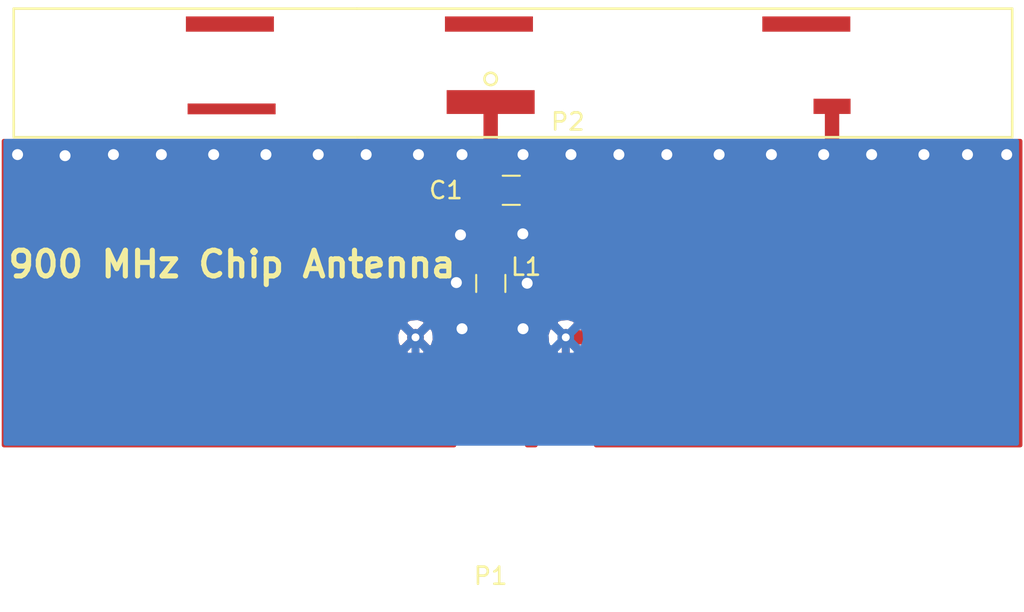
<source format=kicad_pcb>
(kicad_pcb (version 4) (host pcbnew 4.0.5)

  (general
    (links 41)
    (no_connects 1)
    (area 77.287524 96.899999 161.726476 132.815001)
    (thickness 1.6)
    (drawings 9)
    (tracks 10)
    (zones 0)
    (modules 31)
    (nets 4)
  )

  (page A4)
  (layers
    (0 F.Cu signal)
    (31 B.Cu signal)
    (32 B.Adhes user)
    (33 F.Adhes user)
    (34 B.Paste user)
    (35 F.Paste user)
    (36 B.SilkS user)
    (37 F.SilkS user)
    (38 B.Mask user)
    (39 F.Mask user)
    (40 Dwgs.User user)
    (41 Cmts.User user)
    (42 Eco1.User user)
    (43 Eco2.User user)
    (44 Edge.Cuts user)
    (45 Margin user)
    (46 B.CrtYd user)
    (47 F.CrtYd user)
    (48 B.Fab user)
    (49 F.Fab user)
  )

  (setup
    (last_trace_width 0.838)
    (trace_clearance 0.2)
    (zone_clearance 0.508)
    (zone_45_only no)
    (trace_min 0.2)
    (segment_width 0.2)
    (edge_width 0.15)
    (via_size 0.6)
    (via_drill 0.4)
    (via_min_size 0.4)
    (via_min_drill 0.3)
    (uvia_size 0.3)
    (uvia_drill 0.1)
    (uvias_allowed no)
    (uvia_min_size 0.2)
    (uvia_min_drill 0.1)
    (pcb_text_width 0.3)
    (pcb_text_size 1.5 1.5)
    (mod_edge_width 0.15)
    (mod_text_size 1 1)
    (mod_text_width 0.15)
    (pad_size 1 1)
    (pad_drill 0.64)
    (pad_to_mask_clearance 0.2)
    (aux_axis_origin 89.5 123)
    (visible_elements 7FFFFF7F)
    (pcbplotparams
      (layerselection 0x020f0_80000001)
      (usegerberextensions false)
      (excludeedgelayer true)
      (linewidth 0.100000)
      (plotframeref false)
      (viasonmask false)
      (mode 1)
      (useauxorigin true)
      (hpglpennumber 1)
      (hpglpenspeed 20)
      (hpglpendiameter 15)
      (hpglpenoverlay 2)
      (psnegative false)
      (psa4output false)
      (plotreference true)
      (plotvalue true)
      (plotinvisibletext false)
      (padsonsilk false)
      (subtractmaskfromsilk false)
      (outputformat 1)
      (mirror false)
      (drillshape 0)
      (scaleselection 1)
      (outputdirectory "C:/Users/clchrist/Documents/915 PCB Antenna/915 PCB Antenna 01/Gerber/"))
  )

  (net 0 "")
  (net 1 GND)
  (net 2 "Net-(C1-Pad1)")
  (net 3 "Net-(L1-Pad2)")

  (net_class Default "This is the default net class."
    (clearance 0.2)
    (trace_width 0.838)
    (via_dia 0.6)
    (via_drill 0.4)
    (uvia_dia 0.3)
    (uvia_drill 0.1)
    (add_net GND)
    (add_net "Net-(C1-Pad1)")
    (add_net "Net-(L1-Pad2)")
  )

  (module Misc:Via_Stitch_Dia1.00mm_Drill0.64mm (layer F.Cu) (tedit 590F9EEF) (tstamp 590FA070)
    (at 93.4466 105.9815)
    (fp_text reference REF** (at 0 0.889) (layer F.SilkS) hide
      (effects (font (size 1 1) (thickness 0.15)))
    )
    (fp_text value Via_Stitch_Dia1.00mm_Drill0.64mm (at 0 -0.889) (layer F.Fab) hide
      (effects (font (size 1 1) (thickness 0.15)))
    )
    (pad 1 thru_hole circle (at -0.254 0) (size 1 1) (drill 0.64) (layers *.Cu)
      (net 1 GND) (zone_connect 2))
  )

  (module Misc:Via_Stitch_Dia1.00mm_Drill0.64mm (layer F.Cu) (tedit 590FA0A8) (tstamp 590F982F)
    (at 120.1547 110.0074)
    (fp_text reference REF** (at 0 0.889) (layer F.SilkS) hide
      (effects (font (size 1 1) (thickness 0.15)))
    )
    (fp_text value Via_Stitch_Dia1.00mm_Drill0.64mm (at 0 -0.889) (layer F.Fab) hide
      (effects (font (size 1 1) (thickness 0.15)))
    )
    (pad 1 thru_hole circle (at -0.2794 0.5334) (size 1 1) (drill 0.64) (layers *.Cu)
      (net 1 GND) (zone_connect 2))
  )

  (module Misc:Via_Stitch_Dia1.00mm_Drill0.64mm (layer F.Cu) (tedit 590FA10F) (tstamp 590F982B)
    (at 120.1928 113.3475)
    (fp_text reference REF** (at 0 0.889) (layer F.SilkS) hide
      (effects (font (size 1 1) (thickness 0.15)))
    )
    (fp_text value Via_Stitch_Dia1.00mm_Drill0.64mm (at 0 -0.889) (layer F.Fab) hide
      (effects (font (size 1 1) (thickness 0.15)))
    )
    (pad 1 thru_hole circle (at -0.0635 0.0762) (size 1 1) (drill 0.64) (layers *.Cu)
      (net 1 GND) (zone_connect 2))
  )

  (module Misc:Via_Stitch_Dia1.00mm_Drill0.64mm (layer F.Cu) (tedit 590F9F96) (tstamp 590F9827)
    (at 120.142 116.078)
    (fp_text reference REF** (at 0 0.889) (layer F.SilkS) hide
      (effects (font (size 1 1) (thickness 0.15)))
    )
    (fp_text value Via_Stitch_Dia1.00mm_Drill0.64mm (at 0 -0.889) (layer F.Fab) hide
      (effects (font (size 1 1) (thickness 0.15)))
    )
    (pad 1 thru_hole circle (at -0.254 0) (size 1 1) (drill 0.64) (layers *.Cu)
      (net 1 GND) (zone_connect 2))
  )

  (module Misc:Via_Stitch_Dia1.00mm_Drill0.64mm (layer F.Cu) (tedit 590F9FD7) (tstamp 590F9746)
    (at 148.336 105.918)
    (fp_text reference REF** (at 0 0.889) (layer F.SilkS) hide
      (effects (font (size 1 1) (thickness 0.15)))
    )
    (fp_text value Via_Stitch_Dia1.00mm_Drill0.64mm (at 0 -0.889) (layer F.Fab) hide
      (effects (font (size 1 1) (thickness 0.15)))
    )
    (pad 1 thru_hole circle (at -0.254 0) (size 1 1) (drill 0.64) (layers *.Cu)
      (net 1 GND) (zone_connect 2))
  )

  (module Misc:Via_Stitch_Dia1.00mm_Drill0.64mm (layer F.Cu) (tedit 590F9FA8) (tstamp 590F9741)
    (at 120.142 105.918)
    (fp_text reference REF** (at 0 0.889) (layer F.SilkS) hide
      (effects (font (size 1 1) (thickness 0.15)))
    )
    (fp_text value Via_Stitch_Dia1.00mm_Drill0.64mm (at 0 -0.889) (layer F.Fab) hide
      (effects (font (size 1 1) (thickness 0.15)))
    )
    (pad 1 thru_hole circle (at -0.254 0) (size 1 1) (drill 0.64) (layers *.Cu)
      (net 1 GND) (zone_connect 2))
  )

  (module Misc:Via_Stitch_Dia1.00mm_Drill0.64mm (layer F.Cu) (tedit 590F9FAD) (tstamp 590F973D)
    (at 122.936 105.918)
    (fp_text reference REF** (at 0 0.889) (layer F.SilkS) hide
      (effects (font (size 1 1) (thickness 0.15)))
    )
    (fp_text value Via_Stitch_Dia1.00mm_Drill0.64mm (at 0 -0.889) (layer F.Fab) hide
      (effects (font (size 1 1) (thickness 0.15)))
    )
    (pad 1 thru_hole circle (at -0.254 0) (size 1 1) (drill 0.64) (layers *.Cu)
      (net 1 GND) (zone_connect 2))
  )

  (module Misc:Via_Stitch_Dia1.00mm_Drill0.64mm (layer F.Cu) (tedit 590F9FB8) (tstamp 590F9739)
    (at 128.524 105.918)
    (fp_text reference REF** (at 0 0.889) (layer F.SilkS) hide
      (effects (font (size 1 1) (thickness 0.15)))
    )
    (fp_text value Via_Stitch_Dia1.00mm_Drill0.64mm (at 0 -0.889) (layer F.Fab) hide
      (effects (font (size 1 1) (thickness 0.15)))
    )
    (pad 1 thru_hole circle (at -0.254 0) (size 1 1) (drill 0.64) (layers *.Cu)
      (net 1 GND) (zone_connect 2))
  )

  (module Misc:Via_Stitch_Dia1.00mm_Drill0.64mm (layer F.Cu) (tedit 590F9FB1) (tstamp 590F9735)
    (at 125.73 105.918)
    (fp_text reference REF** (at 0 0.889) (layer F.SilkS) hide
      (effects (font (size 1 1) (thickness 0.15)))
    )
    (fp_text value Via_Stitch_Dia1.00mm_Drill0.64mm (at 0 -0.889) (layer F.Fab) hide
      (effects (font (size 1 1) (thickness 0.15)))
    )
    (pad 1 thru_hole circle (at -0.254 0) (size 1 1) (drill 0.64) (layers *.Cu)
      (net 1 GND) (zone_connect 2))
  )

  (module Misc:Via_Stitch_Dia1.00mm_Drill0.64mm (layer F.Cu) (tedit 590F9FC5) (tstamp 590F9731)
    (at 137.668 105.918)
    (fp_text reference REF** (at 0 0.889) (layer F.SilkS) hide
      (effects (font (size 1 1) (thickness 0.15)))
    )
    (fp_text value Via_Stitch_Dia1.00mm_Drill0.64mm (at 0 -0.889) (layer F.Fab) hide
      (effects (font (size 1 1) (thickness 0.15)))
    )
    (pad 1 thru_hole circle (at -0.254 0) (size 1 1) (drill 0.64) (layers *.Cu)
      (net 1 GND) (zone_connect 2))
  )

  (module Misc:Via_Stitch_Dia1.00mm_Drill0.64mm (layer F.Cu) (tedit 590F9FC0) (tstamp 590F972D)
    (at 134.62 105.918)
    (fp_text reference REF** (at 0 0.889) (layer F.SilkS) hide
      (effects (font (size 1 1) (thickness 0.15)))
    )
    (fp_text value Via_Stitch_Dia1.00mm_Drill0.64mm (at 0 -0.889) (layer F.Fab) hide
      (effects (font (size 1 1) (thickness 0.15)))
    )
    (pad 1 thru_hole circle (at -0.254 0) (size 1 1) (drill 0.64) (layers *.Cu)
      (net 1 GND) (zone_connect 2))
  )

  (module Misc:Via_Stitch_Dia1.00mm_Drill0.64mm (layer F.Cu) (tedit 590F9FBC) (tstamp 590F9729)
    (at 131.572 105.918)
    (fp_text reference REF** (at 0 0.889) (layer F.SilkS) hide
      (effects (font (size 1 1) (thickness 0.15)))
    )
    (fp_text value Via_Stitch_Dia1.00mm_Drill0.64mm (at 0 -0.889) (layer F.Fab) hide
      (effects (font (size 1 1) (thickness 0.15)))
    )
    (pad 1 thru_hole circle (at -0.254 0) (size 1 1) (drill 0.64) (layers *.Cu)
      (net 1 GND) (zone_connect 2))
  )

  (module Misc:Via_Stitch_Dia1.00mm_Drill0.64mm (layer F.Cu) (tedit 590F9FC9) (tstamp 590F9725)
    (at 140.462 105.918)
    (fp_text reference REF** (at 0 0.889) (layer F.SilkS) hide
      (effects (font (size 1 1) (thickness 0.15)))
    )
    (fp_text value Via_Stitch_Dia1.00mm_Drill0.64mm (at 0 -0.889) (layer F.Fab) hide
      (effects (font (size 1 1) (thickness 0.15)))
    )
    (pad 1 thru_hole circle (at -0.254 0) (size 1 1) (drill 0.64) (layers *.Cu)
      (net 1 GND) (zone_connect 2))
  )

  (module Misc:Via_Stitch_Dia1.00mm_Drill0.64mm (layer F.Cu) (tedit 590F9FD0) (tstamp 590F9721)
    (at 146.05 105.918)
    (fp_text reference REF** (at 0 0.889) (layer F.SilkS) hide
      (effects (font (size 1 1) (thickness 0.15)))
    )
    (fp_text value Via_Stitch_Dia1.00mm_Drill0.64mm (at 0 -0.889) (layer F.Fab) hide
      (effects (font (size 1 1) (thickness 0.15)))
    )
    (pad 1 thru_hole circle (at -0.254 0) (size 1 1) (drill 0.64) (layers *.Cu)
      (net 1 GND) (zone_connect 2))
  )

  (module Misc:Via_Stitch_Dia1.00mm_Drill0.64mm (layer F.Cu) (tedit 590F9FCC) (tstamp 590F971D)
    (at 143.51 105.918)
    (fp_text reference REF** (at 0 0.889) (layer F.SilkS) hide
      (effects (font (size 1 1) (thickness 0.15)))
    )
    (fp_text value Via_Stitch_Dia1.00mm_Drill0.64mm (at 0 -0.889) (layer F.Fab) hide
      (effects (font (size 1 1) (thickness 0.15)))
    )
    (pad 1 thru_hole circle (at -0.254 0) (size 1 1) (drill 0.64) (layers *.Cu)
      (net 1 GND) (zone_connect 2))
  )

  (module Misc:Via_Stitch_Dia1.00mm_Drill0.64mm (layer F.Cu) (tedit 590F9F66) (tstamp 590F9640)
    (at 114.046 105.918)
    (fp_text reference REF** (at 0 0.889) (layer F.SilkS) hide
      (effects (font (size 1 1) (thickness 0.15)))
    )
    (fp_text value Via_Stitch_Dia1.00mm_Drill0.64mm (at 0 -0.889) (layer F.Fab) hide
      (effects (font (size 1 1) (thickness 0.15)))
    )
    (pad 1 thru_hole circle (at -0.254 0) (size 1 1) (drill 0.64) (layers *.Cu)
      (net 1 GND) (zone_connect 2))
  )

  (module Misc:Via_Stitch_Dia1.00mm_Drill0.64mm (layer F.Cu) (tedit 590F9F8D) (tstamp 590F940C)
    (at 116.586 116.078)
    (fp_text reference REF** (at 0 0.889) (layer F.SilkS) hide
      (effects (font (size 1 1) (thickness 0.15)))
    )
    (fp_text value Via_Stitch_Dia1.00mm_Drill0.64mm (at 0 -0.889) (layer F.Fab) hide
      (effects (font (size 1 1) (thickness 0.15)))
    )
    (pad 1 thru_hole circle (at -0.254 0) (size 1 1) (drill 0.64) (layers *.Cu)
      (net 1 GND) (zone_connect 2))
  )

  (module Misc:Via_Stitch_Dia1.00mm_Drill0.64mm (layer F.Cu) (tedit 590F9F80) (tstamp 590F93FF)
    (at 116.2558 113.3856)
    (fp_text reference REF** (at 0 0.889) (layer F.SilkS) hide
      (effects (font (size 1 1) (thickness 0.15)))
    )
    (fp_text value Via_Stitch_Dia1.00mm_Drill0.64mm (at 0 -0.889) (layer F.Fab) hide
      (effects (font (size 1 1) (thickness 0.15)))
    )
    (pad 1 thru_hole circle (at -0.254 0) (size 1 1) (drill 0.64) (layers *.Cu)
      (net 1 GND) (zone_connect 2))
  )

  (module Misc:Via_Stitch_Dia1.00mm_Drill0.64mm (layer F.Cu) (tedit 590F9F79) (tstamp 590F93F5)
    (at 116.4971 110.6043)
    (fp_text reference REF** (at 0 0.889) (layer F.SilkS) hide
      (effects (font (size 1 1) (thickness 0.15)))
    )
    (fp_text value Via_Stitch_Dia1.00mm_Drill0.64mm (at 0 -0.889) (layer F.Fab) hide
      (effects (font (size 1 1) (thickness 0.15)))
    )
    (pad 1 thru_hole circle (at -0.254 0) (size 1 1) (drill 0.64) (layers *.Cu)
      (net 1 GND) (zone_connect 2))
  )

  (module Misc:Via_Stitch_Dia1.00mm_Drill0.64mm (layer F.Cu) (tedit 590F9F6D) (tstamp 590F93E4)
    (at 116.586 105.918)
    (fp_text reference REF** (at 0 0.889) (layer F.SilkS) hide
      (effects (font (size 1 1) (thickness 0.15)))
    )
    (fp_text value Via_Stitch_Dia1.00mm_Drill0.64mm (at 0 -0.889) (layer F.Fab) hide
      (effects (font (size 1 1) (thickness 0.15)))
    )
    (pad 1 thru_hole circle (at -0.254 0) (size 1 1) (drill 0.64) (layers *.Cu)
      (net 1 GND) (zone_connect 2))
  )

  (module Misc:Via_Stitch_Dia1.00mm_Drill0.64mm (layer F.Cu) (tedit 590F9F60) (tstamp 590F93E0)
    (at 110.998 105.918)
    (fp_text reference REF** (at 0 0.889) (layer F.SilkS) hide
      (effects (font (size 1 1) (thickness 0.15)))
    )
    (fp_text value Via_Stitch_Dia1.00mm_Drill0.64mm (at 0 -0.889) (layer F.Fab) hide
      (effects (font (size 1 1) (thickness 0.15)))
    )
    (pad 1 thru_hole circle (at -0.254 0) (size 1 1) (drill 0.64) (layers *.Cu)
      (net 1 GND) (zone_connect 2))
  )

  (module Misc:Via_Stitch_Dia1.00mm_Drill0.64mm (layer F.Cu) (tedit 590F9F4A) (tstamp 590F93D8)
    (at 102.108 105.918)
    (fp_text reference REF** (at 0 0.889) (layer F.SilkS) hide
      (effects (font (size 1 1) (thickness 0.15)))
    )
    (fp_text value Via_Stitch_Dia1.00mm_Drill0.64mm (at 0 -0.889) (layer F.Fab) hide
      (effects (font (size 1 1) (thickness 0.15)))
    )
    (pad 1 thru_hole circle (at -0.254 0) (size 1 1) (drill 0.64) (layers *.Cu)
      (net 1 GND) (zone_connect 2))
  )

  (module Misc:Via_Stitch_Dia1.00mm_Drill0.64mm (layer F.Cu) (tedit 590F9F52) (tstamp 590F93D4)
    (at 105.156 105.918)
    (fp_text reference REF** (at 0 0.889) (layer F.SilkS) hide
      (effects (font (size 1 1) (thickness 0.15)))
    )
    (fp_text value Via_Stitch_Dia1.00mm_Drill0.64mm (at 0 -0.889) (layer F.Fab) hide
      (effects (font (size 1 1) (thickness 0.15)))
    )
    (pad 1 thru_hole circle (at -0.254 0) (size 1 1) (drill 0.64) (layers *.Cu)
      (net 1 GND) (zone_connect 2))
  )

  (module Misc:Via_Stitch_Dia1.00mm_Drill0.64mm (layer F.Cu) (tedit 590F9F59) (tstamp 590F93CC)
    (at 108.204 105.918)
    (fp_text reference REF** (at 0 0.889) (layer F.SilkS) hide
      (effects (font (size 1 1) (thickness 0.15)))
    )
    (fp_text value Via_Stitch_Dia1.00mm_Drill0.64mm (at 0 -0.889) (layer F.Fab) hide
      (effects (font (size 1 1) (thickness 0.15)))
    )
    (pad 1 thru_hole circle (at -0.254 0) (size 1 1) (drill 0.64) (layers *.Cu)
      (net 1 GND) (zone_connect 2))
  )

  (module Misc:Via_Stitch_Dia1.00mm_Drill0.64mm (layer F.Cu) (tedit 590F9F3E) (tstamp 590F93C0)
    (at 96.266 105.918)
    (fp_text reference REF** (at 0 0.889) (layer F.SilkS) hide
      (effects (font (size 1 1) (thickness 0.15)))
    )
    (fp_text value Via_Stitch_Dia1.00mm_Drill0.64mm (at 0 -0.889) (layer F.Fab) hide
      (effects (font (size 1 1) (thickness 0.15)))
    )
    (pad 1 thru_hole circle (at -0.254 0) (size 1 1) (drill 0.64) (layers *.Cu)
      (net 1 GND) (zone_connect 2))
  )

  (module Misc:Via_Stitch_Dia1.00mm_Drill0.64mm (layer F.Cu) (tedit 590F9F44) (tstamp 590F93BC)
    (at 99.06 105.918)
    (fp_text reference REF** (at 0 0.889) (layer F.SilkS) hide
      (effects (font (size 1 1) (thickness 0.15)))
    )
    (fp_text value Via_Stitch_Dia1.00mm_Drill0.64mm (at 0 -0.889) (layer F.Fab) hide
      (effects (font (size 1 1) (thickness 0.15)))
    )
    (pad 1 thru_hole circle (at -0.254 0) (size 1 1) (drill 0.64) (layers *.Cu)
      (net 1 GND) (zone_connect 2))
  )

  (module Connectors_Molex:Molex_SMA_Jack_Edge_Mount (layer F.Cu) (tedit 590F9E32) (tstamp 58C1AD9D)
    (at 118 118.3 90)
    (descr "Molex SMA Jack, Edge Mount, http://www.molex.com/pdm_docs/sd/732511150_sd.pdf")
    (tags "sma edge")
    (path /58C174BE)
    (attr smd)
    (fp_text reference P1 (at -12.2 0 180) (layer F.SilkS)
      (effects (font (size 1 1) (thickness 0.15)))
    )
    (fp_text value CONN_01X02 (at -9.7 0 180) (layer F.Fab) hide
      (effects (font (size 1 1) (thickness 0.15)))
    )
    (fp_line (start -4.76 -0.38) (end 0.49 -0.38) (layer F.Fab) (width 0.1))
    (fp_line (start -4.76 0.38) (end 0.49 0.38) (layer F.Fab) (width 0.1))
    (fp_line (start 0.49 -0.38) (end 0.49 0.38) (layer F.Fab) (width 0.1))
    (fp_line (start 0.49 3.75) (end 0.49 4.76) (layer F.Fab) (width 0.1))
    (fp_line (start 0.49 -4.76) (end 0.49 -3.75) (layer F.Fab) (width 0.1))
    (fp_line (start -14.29 -6.09) (end -14.29 6.09) (layer F.CrtYd) (width 0.05))
    (fp_line (start -14.29 6.09) (end 2.71 6.09) (layer F.CrtYd) (width 0.05))
    (fp_line (start 2.71 -6.09) (end 2.71 6.09) (layer B.CrtYd) (width 0.05))
    (fp_line (start -14.29 -6.09) (end 2.71 -6.09) (layer B.CrtYd) (width 0.05))
    (fp_line (start -14.29 -6.09) (end -14.29 6.09) (layer B.CrtYd) (width 0.05))
    (fp_line (start -14.29 6.09) (end 2.71 6.09) (layer B.CrtYd) (width 0.05))
    (fp_line (start 2.71 -6.09) (end 2.71 6.09) (layer F.CrtYd) (width 0.05))
    (fp_line (start 2.71 -6.09) (end -14.29 -6.09) (layer F.CrtYd) (width 0.05))
    (fp_line (start -4.76 -3.75) (end 0.49 -3.75) (layer F.Fab) (width 0.1))
    (fp_line (start -4.76 3.75) (end 0.49 3.75) (layer F.Fab) (width 0.1))
    (fp_line (start -13.79 -2.65) (end -5.91 -2.65) (layer F.Fab) (width 0.1))
    (fp_line (start -13.79 -2.65) (end -13.79 2.65) (layer F.Fab) (width 0.1))
    (fp_line (start -13.79 2.65) (end -5.91 2.65) (layer F.Fab) (width 0.1))
    (fp_line (start -4.76 -3.75) (end -4.76 3.75) (layer F.Fab) (width 0.1))
    (fp_line (start 0.49 -4.76) (end -5.91 -4.76) (layer F.Fab) (width 0.1))
    (fp_line (start -5.91 -4.76) (end -5.91 4.76) (layer F.Fab) (width 0.1))
    (fp_line (start -5.91 4.76) (end 0.49 4.76) (layer F.Fab) (width 0.1))
    (pad 1 smd rect (at -1.72 0 90) (size 5.08 2.29) (layers F.Cu F.Paste F.Mask)
      (net 3 "Net-(L1-Pad2)"))
    (pad 2 smd rect (at -1.72 -4.38 90) (size 5.08 2.42) (layers F.Cu F.Paste F.Mask)
      (net 1 GND))
    (pad 2 smd rect (at -1.72 4.38 90) (size 5.08 2.42) (layers F.Cu F.Paste F.Mask)
      (net 1 GND))
    (pad 2 smd rect (at -1.72 -4.38 90) (size 5.08 2.42) (layers B.Cu B.Paste B.Mask)
      (net 1 GND))
    (pad 2 smd rect (at -1.72 4.38 90) (size 5.08 2.42) (layers B.Cu B.Paste B.Mask)
      (net 1 GND))
    (pad 2 thru_hole circle (at 1.72 -4.38 90) (size 0.97 0.97) (drill 0.46) (layers *.Cu)
      (net 1 GND))
    (pad 2 thru_hole circle (at 1.72 4.38 90) (size 0.97 0.97) (drill 0.46) (layers *.Cu)
      (net 1 GND))
    (pad 2 smd rect (at 1.27 -4.38 90) (size 0.9 0.46) (layers F.Cu)
      (net 1 GND))
    (pad 2 smd rect (at 1.27 4.38 90) (size 0.9 0.46) (layers F.Cu)
      (net 1 GND))
    (pad 2 smd rect (at 1.27 -4.38 90) (size 0.9 0.46) (layers B.Cu)
      (net 1 GND))
    (pad 2 smd rect (at 1.27 4.38 90) (size 0.9 0.46) (layers B.Cu)
      (net 1 GND))
  )

  (module "915:915 PCB Antenna 01" (layer F.Cu) (tedit 58C1BBF9) (tstamp 58C1ADB1)
    (at 148.5011 105.0036)
    (path /58C199E4)
    (fp_text reference P2 (at -26.0011 -1.0036) (layer F.SilkS)
      (effects (font (size 1 1) (thickness 0.15)))
    )
    (fp_text value CONN_01X02 (at -30.5011 -5.0036) (layer F.Fab) hide
      (effects (font (size 1 1) (thickness 0.15)))
    )
    (fp_circle (center -30.5 -3.5) (end -30.3 -3.2) (layer F.SilkS) (width 0.15))
    (fp_line (start -58.3 -1) (end -58.3 -0.6) (layer F.SilkS) (width 0.15))
    (fp_line (start -0.1 -1) (end -0.1 -0.1) (layer F.SilkS) (width 0.15))
    (fp_line (start -58.3 -0.9) (end -58.3 -0.1) (layer F.SilkS) (width 0.15))
    (fp_line (start -58.3 -0.1) (end -38.2 -0.1) (layer F.SilkS) (width 0.15))
    (fp_line (start -38.3 -7.6) (end -58.3 -7.6) (layer F.SilkS) (width 0.15))
    (fp_line (start -58.3 -7.6) (end -58.3 -1) (layer F.SilkS) (width 0.15))
    (fp_line (start -38.3 -0.1) (end -0.1 -0.1) (layer F.SilkS) (width 0.15))
    (fp_line (start -0.1 -1) (end -0.1 -7.6) (layer F.SilkS) (width 0.15))
    (fp_line (start -0.1 -7.6) (end -38.3 -7.6) (layer F.SilkS) (width 0.15))
    (pad 5 smd rect (at -30.6 -6.7) (size 5.13 0.89) (layers F.Cu F.Paste F.Mask))
    (pad 2 smd rect (at -10.6 -1.9) (size 2.16 0.89) (layers F.Cu F.Paste F.Mask)
      (net 1 GND))
    (pad 1 smd rect (at -30.5 -2.15) (size 5.13 1.39) (layers F.Cu F.Paste F.Mask)
      (net 2 "Net-(C1-Pad1)"))
    (pad 3 smd rect (at -45.6 -1.75) (size 5.13 0.63) (layers F.Cu F.Paste F.Mask))
    (pad 6 smd rect (at -12.1 -6.7) (size 5.13 0.89) (layers F.Cu F.Paste F.Mask))
    (pad 4 smd rect (at -45.7 -6.7) (size 5.13 0.89) (layers F.Cu F.Paste F.Mask))
  )

  (module Misc:Via_Stitch_Dia1.00mm_Drill0.64mm (layer F.Cu) (tedit 590F9EEF) (tstamp 590F9350)
    (at 90.678 105.918)
    (fp_text reference REF** (at 0 0.889) (layer F.SilkS) hide
      (effects (font (size 1 1) (thickness 0.15)))
    )
    (fp_text value Via_Stitch_Dia1.00mm_Drill0.64mm (at 0 -0.889) (layer F.Fab) hide
      (effects (font (size 1 1) (thickness 0.15)))
    )
    (pad 1 thru_hole circle (at -0.254 0) (size 1 1) (drill 0.64) (layers *.Cu)
      (net 1 GND) (zone_connect 2))
  )

  (module Capacitors_SMD:C_0805_HandSoldering (layer F.Cu) (tedit 590F9C17) (tstamp 590F9A90)
    (at 119.2022 108.0008)
    (descr "Capacitor SMD 0805, hand soldering")
    (tags "capacitor 0805")
    (path /590F9A4D)
    (attr smd)
    (fp_text reference C1 (at -3.81 0) (layer F.SilkS)
      (effects (font (size 1 1) (thickness 0.15)))
    )
    (fp_text value 13pF (at 3.81 0.254) (layer F.Fab) hide
      (effects (font (size 1 1) (thickness 0.15)))
    )
    (fp_text user %R (at -3.7338 0.0254) (layer F.Fab)
      (effects (font (size 1 1) (thickness 0.15)))
    )
    (fp_line (start -1 0.62) (end -1 -0.62) (layer F.Fab) (width 0.1))
    (fp_line (start 1 0.62) (end -1 0.62) (layer F.Fab) (width 0.1))
    (fp_line (start 1 -0.62) (end 1 0.62) (layer F.Fab) (width 0.1))
    (fp_line (start -1 -0.62) (end 1 -0.62) (layer F.Fab) (width 0.1))
    (fp_line (start 0.5 -0.85) (end -0.5 -0.85) (layer F.SilkS) (width 0.12))
    (fp_line (start -0.5 0.85) (end 0.5 0.85) (layer F.SilkS) (width 0.12))
    (fp_line (start -2.25 -0.88) (end 2.25 -0.88) (layer F.CrtYd) (width 0.05))
    (fp_line (start -2.25 -0.88) (end -2.25 0.87) (layer F.CrtYd) (width 0.05))
    (fp_line (start 2.25 0.87) (end 2.25 -0.88) (layer F.CrtYd) (width 0.05))
    (fp_line (start 2.25 0.87) (end -2.25 0.87) (layer F.CrtYd) (width 0.05))
    (pad 1 smd rect (at -1.25 0) (size 1.5 1.25) (layers F.Cu F.Paste F.Mask)
      (net 2 "Net-(C1-Pad1)"))
    (pad 2 smd rect (at 1.25 0) (size 1.5 1.25) (layers F.Cu F.Paste F.Mask)
      (net 1 GND))
    (model Capacitors_SMD.3dshapes/C_0805.wrl
      (at (xyz 0 0 0))
      (scale (xyz 1 1 1))
      (rotate (xyz 0 0 0))
    )
  )

  (module Capacitors_SMD:C_0805_HandSoldering (layer F.Cu) (tedit 590FA09F) (tstamp 590F9AA1)
    (at 118.0084 113.4364 270)
    (descr "Capacitor SMD 0805, hand soldering")
    (tags "capacitor 0805")
    (path /590F9ABC)
    (attr smd)
    (fp_text reference L1 (at -0.9652 -2.0574 360) (layer F.SilkS)
      (effects (font (size 1 1) (thickness 0.15)))
    )
    (fp_text value 7.5nH (at -0.762 3.556 360) (layer F.Fab) hide
      (effects (font (size 1 1) (thickness 0.15)))
    )
    (fp_text user %R (at -0.889 -3.5814 360) (layer F.Fab)
      (effects (font (size 1 1) (thickness 0.15)))
    )
    (fp_line (start -1 0.62) (end -1 -0.62) (layer F.Fab) (width 0.1))
    (fp_line (start 1 0.62) (end -1 0.62) (layer F.Fab) (width 0.1))
    (fp_line (start 1 -0.62) (end 1 0.62) (layer F.Fab) (width 0.1))
    (fp_line (start -1 -0.62) (end 1 -0.62) (layer F.Fab) (width 0.1))
    (fp_line (start 0.5 -0.85) (end -0.5 -0.85) (layer F.SilkS) (width 0.12))
    (fp_line (start -0.5 0.85) (end 0.5 0.85) (layer F.SilkS) (width 0.12))
    (fp_line (start -2.25 -0.88) (end 2.25 -0.88) (layer F.CrtYd) (width 0.05))
    (fp_line (start -2.25 -0.88) (end -2.25 0.87) (layer F.CrtYd) (width 0.05))
    (fp_line (start 2.25 0.87) (end 2.25 -0.88) (layer F.CrtYd) (width 0.05))
    (fp_line (start 2.25 0.87) (end -2.25 0.87) (layer F.CrtYd) (width 0.05))
    (pad 1 smd rect (at -1.25 0 270) (size 1.5 1.25) (layers F.Cu F.Paste F.Mask)
      (net 2 "Net-(C1-Pad1)"))
    (pad 2 smd rect (at 1.25 0 270) (size 1.5 1.25) (layers F.Cu F.Paste F.Mask)
      (net 3 "Net-(L1-Pad2)"))
    (model Capacitors_SMD.3dshapes/C_0805.wrl
      (at (xyz 0 0 0))
      (scale (xyz 1 1 1))
      (rotate (xyz 0 0 0))
    )
  )

  (gr_text "900 MHz Chip Antenna" (at 102.9208 112.3188) (layer F.SilkS)
    (effects (font (size 1.5 1.5) (thickness 0.3)))
  )
  (gr_line (start 90 123) (end 89.5 123) (angle 90) (layer Margin) (width 0.2))
  (gr_line (start 90 97) (end 89.5 97) (angle 90) (layer Margin) (width 0.2))
  (gr_line (start 89.5 122) (end 89.5 123) (angle 90) (layer Margin) (width 0.2))
  (gr_line (start 149 122) (end 149 123) (angle 90) (layer Margin) (width 0.2))
  (gr_line (start 90 97) (end 149 97) (angle 90) (layer Margin) (width 0.2))
  (gr_line (start 89.5 122) (end 89.5 97) (angle 90) (layer Margin) (width 0.2))
  (gr_line (start 149 123) (end 90 123) (angle 90) (layer Margin) (width 0.2))
  (gr_line (start 149 97) (end 149 122) (angle 90) (layer Margin) (width 0.2))

  (segment (start 137.02 116.58) (end 122.38 116.58) (width 0.838) (layer F.Cu) (net 1) (tstamp 58C2F818))
  (segment (start 137.9011 115.6989) (end 137.02 116.58) (width 0.838) (layer F.Cu) (net 1) (tstamp 58C2F812))
  (segment (start 137.9011 103.1036) (end 137.9011 115.6989) (width 0.838) (layer F.Cu) (net 1))
  (segment (start 118.0011 102.8536) (end 118.0011 107.0337) (width 0.838) (layer F.Cu) (net 2))
  (segment (start 118.0011 107.0337) (end 118.003 107.0356) (width 0.838) (layer F.Cu) (net 2) (tstamp 590F9B77))
  (segment (start 118.003 107.0356) (end 118.003 112.181) (width 0.838) (layer F.Cu) (net 2) (tstamp 590F9B78))
  (segment (start 118.003 112.181) (end 118.0084 112.1864) (width 0.838) (layer F.Cu) (net 2) (tstamp 590F9B79))
  (segment (start 118.0084 114.6864) (end 118.0084 120.0116) (width 0.838) (layer F.Cu) (net 3))
  (segment (start 118.0084 120.0116) (end 118 120.02) (width 0.838) (layer F.Cu) (net 3) (tstamp 590F9B81))
  (segment (start 118.0011 120.0189) (end 118 120.02) (width 0.838) (layer F.Cu) (net 3) (tstamp 58C1BB8F))

  (zone (net 1) (net_name GND) (layer F.Cu) (tstamp 58C1BCFA) (hatch edge 0.508)
    (connect_pads (clearance 0.508))
    (min_thickness 0.254)
    (fill yes (arc_segments 16) (thermal_gap 0.508) (thermal_bridge_width 0.508))
    (polygon
      (pts
        (xy 149 123) (xy 120 123) (xy 120 116.8) (xy 119 116.8) (xy 119 105)
        (xy 149 105)
      )
    )
    (filled_polygon
      (pts
        (xy 148.873 122.873) (xy 124.14767 122.873) (xy 124.225 122.686309) (xy 124.225 120.30575) (xy 124.06625 120.147)
        (xy 122.507 120.147) (xy 122.507 120.167) (xy 122.253 120.167) (xy 122.253 120.147) (xy 120.69375 120.147)
        (xy 120.535 120.30575) (xy 120.535 122.686309) (xy 120.61233 122.873) (xy 120.127 122.873) (xy 120.127 117.353691)
        (xy 120.535 117.353691) (xy 120.535 119.73425) (xy 120.69375 119.893) (xy 122.253 119.893) (xy 122.253 119.873)
        (xy 122.507 119.873) (xy 122.507 119.893) (xy 124.06625 119.893) (xy 124.225 119.73425) (xy 124.225 117.353691)
        (xy 124.128327 117.120302) (xy 123.949699 116.941673) (xy 123.71631 116.845) (xy 123.472129 116.845) (xy 123.513149 116.721436)
        (xy 123.481018 116.277032) (xy 123.372768 116.015692) (xy 123.1592 115.980405) (xy 123.033815 116.10579) (xy 122.969699 116.041673)
        (xy 122.806374 115.974021) (xy 122.979595 115.8008) (xy 122.944308 115.587232) (xy 122.521436 115.446851) (xy 122.077032 115.478982)
        (xy 121.815692 115.587232) (xy 121.780405 115.8008) (xy 121.953626 115.974021) (xy 121.790301 116.041673) (xy 121.726185 116.10579)
        (xy 121.6008 115.980405) (xy 121.387232 116.015692) (xy 121.246851 116.438564) (xy 121.276237 116.845) (xy 121.04369 116.845)
        (xy 120.810301 116.941673) (xy 120.631673 117.120302) (xy 120.535 117.353691) (xy 120.127 117.353691) (xy 120.127 116.8)
        (xy 120.116994 116.75059) (xy 120.088553 116.708965) (xy 120.046159 116.681685) (xy 120 116.673) (xy 119.127 116.673)
        (xy 119.127 115.838788) (xy 119.229831 115.68829) (xy 119.28084 115.4364) (xy 119.28084 113.9364) (xy 119.236562 113.701083)
        (xy 119.127 113.530819) (xy 119.127 113.338788) (xy 119.229831 113.18829) (xy 119.28084 112.9364) (xy 119.28084 111.4364)
        (xy 119.236562 111.201083) (xy 119.127 111.030819) (xy 119.127 109.107033) (xy 119.153641 109.08989) (xy 119.200169 109.021794)
        (xy 119.342502 109.164127) (xy 119.575891 109.2608) (xy 120.16645 109.2608) (xy 120.3252 109.10205) (xy 120.3252 108.1278)
        (xy 120.5792 108.1278) (xy 120.5792 109.10205) (xy 120.73795 109.2608) (xy 121.328509 109.2608) (xy 121.561898 109.164127)
        (xy 121.740527 108.985499) (xy 121.8372 108.75211) (xy 121.8372 108.28655) (xy 121.67845 108.1278) (xy 120.5792 108.1278)
        (xy 120.3252 108.1278) (xy 120.3052 108.1278) (xy 120.3052 107.8738) (xy 120.3252 107.8738) (xy 120.3252 106.89955)
        (xy 120.5792 106.89955) (xy 120.5792 107.8738) (xy 121.67845 107.8738) (xy 121.8372 107.71505) (xy 121.8372 107.24949)
        (xy 121.740527 107.016101) (xy 121.561898 106.837473) (xy 121.328509 106.7408) (xy 120.73795 106.7408) (xy 120.5792 106.89955)
        (xy 120.3252 106.89955) (xy 120.16645 106.7408) (xy 119.575891 106.7408) (xy 119.342502 106.837473) (xy 119.201264 106.97871)
        (xy 119.16629 106.924359) (xy 119.127 106.897513) (xy 119.127 105.127) (xy 148.873 105.127)
      )
    )
  )
  (zone (net 1) (net_name GND) (layer F.Cu) (tstamp 58C1BD17) (hatch edge 0.508)
    (connect_pads thru_hole_only (clearance 0.508))
    (min_thickness 0.254)
    (fill yes (arc_segments 16) (thermal_gap 0.508) (thermal_bridge_width 0.508))
    (polygon
      (pts
        (xy 117 116.8) (xy 116 116.8) (xy 116 123) (xy 89.5 123) (xy 89.5 105)
        (xy 117 105)
      )
    )
    (filled_polygon
      (pts
        (xy 116.873 106.83305) (xy 116.750759 106.91171) (xy 116.605769 107.12391) (xy 116.55476 107.3758) (xy 116.55476 108.6258)
        (xy 116.599038 108.861117) (xy 116.73811 109.077241) (xy 116.873 109.169407) (xy 116.873 111.058599) (xy 116.786969 111.18451)
        (xy 116.73596 111.4364) (xy 116.73596 112.9364) (xy 116.780238 113.171717) (xy 116.873 113.315873) (xy 116.873 113.558599)
        (xy 116.786969 113.68451) (xy 116.73596 113.9364) (xy 116.73596 115.4364) (xy 116.780238 115.671717) (xy 116.873 115.815873)
        (xy 116.873 116.673) (xy 116 116.673) (xy 115.95059 116.683006) (xy 115.908965 116.711447) (xy 115.881685 116.753841)
        (xy 115.873 116.8) (xy 115.873 122.873) (xy 89.627 122.873) (xy 89.627 117.3592) (xy 113.020405 117.3592)
        (xy 113.055692 117.572768) (xy 113.478564 117.713149) (xy 113.922968 117.681018) (xy 114.184308 117.572768) (xy 114.219595 117.3592)
        (xy 113.62 116.759605) (xy 113.020405 117.3592) (xy 89.627 117.3592) (xy 89.627 116.438564) (xy 112.486851 116.438564)
        (xy 112.518982 116.882968) (xy 112.627232 117.144308) (xy 112.8408 117.179595) (xy 113.440395 116.58) (xy 113.799605 116.58)
        (xy 114.3992 117.179595) (xy 114.612768 117.144308) (xy 114.753149 116.721436) (xy 114.721018 116.277032) (xy 114.612768 116.015692)
        (xy 114.3992 115.980405) (xy 113.799605 116.58) (xy 113.440395 116.58) (xy 112.8408 115.980405) (xy 112.627232 116.015692)
        (xy 112.486851 116.438564) (xy 89.627 116.438564) (xy 89.627 115.8008) (xy 113.020405 115.8008) (xy 113.62 116.400395)
        (xy 114.219595 115.8008) (xy 114.184308 115.587232) (xy 113.761436 115.446851) (xy 113.317032 115.478982) (xy 113.055692 115.587232)
        (xy 113.020405 115.8008) (xy 89.627 115.8008) (xy 89.627 105.127) (xy 116.873 105.127)
      )
    )
  )
  (zone (net 1) (net_name GND) (layer B.Cu) (tstamp 58C33BBD) (hatch edge 0.508)
    (connect_pads thru_hole_only (clearance 0.508))
    (min_thickness 0.254)
    (fill yes (arc_segments 16) (thermal_gap 0.508) (thermal_bridge_width 0.508))
    (polygon
      (pts
        (xy 148.8 122.9) (xy 89.6 122.9) (xy 89.6 105) (xy 148.8 105)
      )
    )
    (filled_polygon
      (pts
        (xy 148.673 122.773) (xy 89.727 122.773) (xy 89.727 117.3592) (xy 113.020405 117.3592) (xy 113.055692 117.572768)
        (xy 113.478564 117.713149) (xy 113.922968 117.681018) (xy 114.184308 117.572768) (xy 114.219595 117.3592) (xy 121.780405 117.3592)
        (xy 121.815692 117.572768) (xy 122.238564 117.713149) (xy 122.682968 117.681018) (xy 122.944308 117.572768) (xy 122.979595 117.3592)
        (xy 122.38 116.759605) (xy 121.780405 117.3592) (xy 114.219595 117.3592) (xy 113.62 116.759605) (xy 113.020405 117.3592)
        (xy 89.727 117.3592) (xy 89.727 116.438564) (xy 112.486851 116.438564) (xy 112.518982 116.882968) (xy 112.627232 117.144308)
        (xy 112.8408 117.179595) (xy 113.440395 116.58) (xy 113.799605 116.58) (xy 114.3992 117.179595) (xy 114.612768 117.144308)
        (xy 114.753149 116.721436) (xy 114.732697 116.438564) (xy 121.246851 116.438564) (xy 121.278982 116.882968) (xy 121.387232 117.144308)
        (xy 121.6008 117.179595) (xy 122.200395 116.58) (xy 122.559605 116.58) (xy 123.1592 117.179595) (xy 123.372768 117.144308)
        (xy 123.513149 116.721436) (xy 123.481018 116.277032) (xy 123.372768 116.015692) (xy 123.1592 115.980405) (xy 122.559605 116.58)
        (xy 122.200395 116.58) (xy 121.6008 115.980405) (xy 121.387232 116.015692) (xy 121.246851 116.438564) (xy 114.732697 116.438564)
        (xy 114.721018 116.277032) (xy 114.612768 116.015692) (xy 114.3992 115.980405) (xy 113.799605 116.58) (xy 113.440395 116.58)
        (xy 112.8408 115.980405) (xy 112.627232 116.015692) (xy 112.486851 116.438564) (xy 89.727 116.438564) (xy 89.727 115.8008)
        (xy 113.020405 115.8008) (xy 113.62 116.400395) (xy 114.219595 115.8008) (xy 121.780405 115.8008) (xy 122.38 116.400395)
        (xy 122.979595 115.8008) (xy 122.944308 115.587232) (xy 122.521436 115.446851) (xy 122.077032 115.478982) (xy 121.815692 115.587232)
        (xy 121.780405 115.8008) (xy 114.219595 115.8008) (xy 114.184308 115.587232) (xy 113.761436 115.446851) (xy 113.317032 115.478982)
        (xy 113.055692 115.587232) (xy 113.020405 115.8008) (xy 89.727 115.8008) (xy 89.727 105.127) (xy 148.673 105.127)
      )
    )
  )
)

</source>
